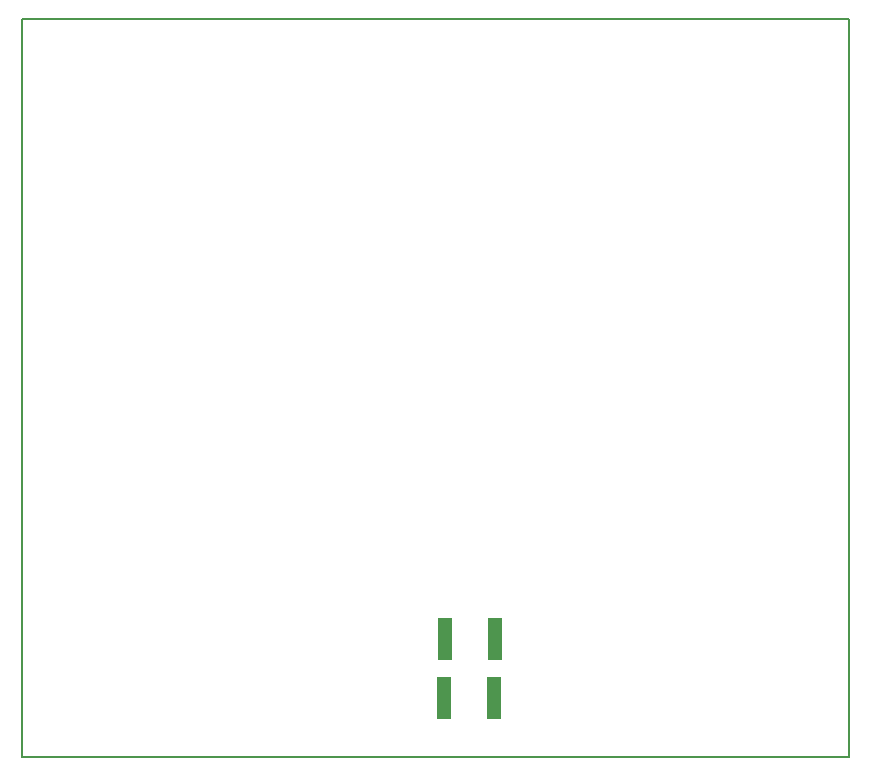
<source format=gbr>
G04 PROTEUS GERBER X2 FILE*
%TF.GenerationSoftware,Labcenter,Proteus,8.12-SP0-Build30713*%
%TF.CreationDate,2021-09-16T14:44:57+00:00*%
%TF.FileFunction,Paste,Top*%
%TF.FilePolarity,Positive*%
%TF.Part,Single*%
%TF.SameCoordinates,{034bc27d-0c73-46ba-bb4b-be9bc49d2133}*%
%FSLAX45Y45*%
%MOMM*%
G01*
%TA.AperFunction,Material*%
%ADD32R,1.295400X3.606800*%
%TA.AperFunction,Profile*%
%ADD71C,0.203200*%
%TD.AperFunction*%
D32*
X+328000Y-1500000D03*
X+758000Y-1500000D03*
X+320000Y-2000000D03*
X+750000Y-2000000D03*
D71*
X-3250000Y-2500000D02*
X+3750000Y-2500000D01*
X+3750000Y+3750000D01*
X-3250000Y+3750000D01*
X-3250000Y-2500000D01*
M02*

</source>
